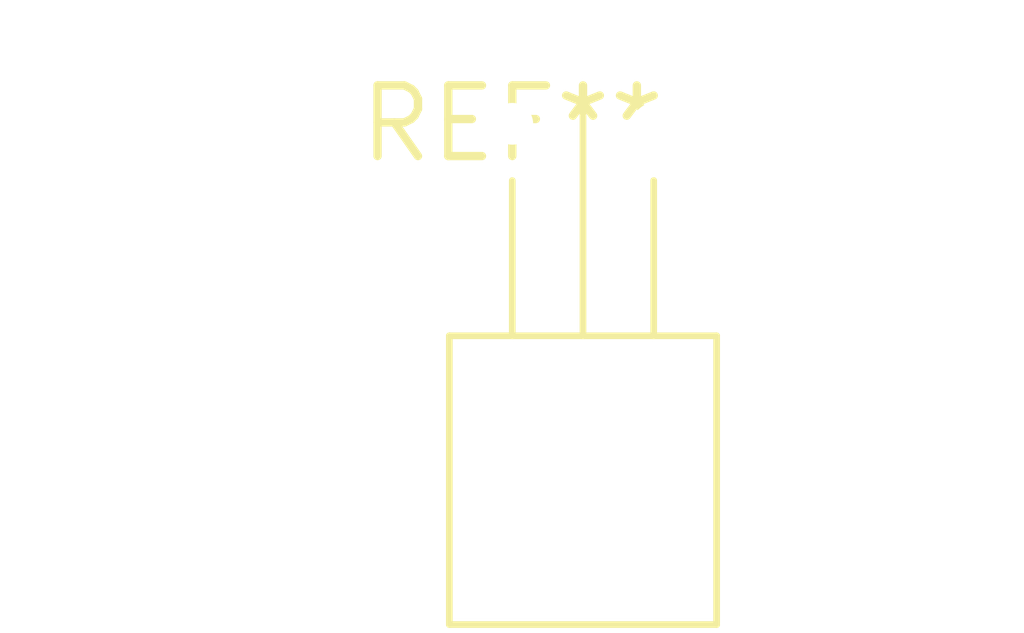
<source format=kicad_pcb>
(kicad_pcb (version 20240108) (generator pcbnew)
  (layers (0 "F.Cu" signal) (31 "B.Cu" signal) (34 "B.Paste" user) (35 "F.Paste" user) (36 "B.SilkS" user "B.Silkscreen") (37 "F.SilkS" user "F.Silkscreen") (38 "B.Mask" user) (39 "F.Mask" user) (44 "Edge.Cuts" user))
  (net 0 "")
  (footprint "TO-92_Horizontal1" (layer "F.Cu") (at 0 0)
    (property "Reference" "REF**")
    (property "Value" "TO-92_Horizontal1")
    (fp_line (start -1.13 3.81) (end 3.67 3.81) (layer "F.SilkS") (stroke (width 0.12)))
    (fp_line (start -1.13 9) (end -1.13 3.81) (layer "F.SilkS") (stroke (width 0.12)))
    (fp_line (start 0 1.02) (end 0 3.81) (layer "F.SilkS") (stroke (width 0.12)))
    (fp_line (start 1.27 -0.25) (end 1.27 3.81) (layer "F.SilkS") (stroke (width 0.12)))
    (fp_line (start 2.54 1.02) (end 2.54 3.81) (layer "F.SilkS") (stroke (width 0.12)))
    (fp_line (start 3.67 3.81) (end 3.67 9) (layer "F.SilkS") (stroke (width 0.12)))
    (fp_line (start 3.67 9) (end -1.13 9) (layer "F.SilkS") (stroke (width 0.12)))
    (pad "1" thru_hole rect (at 0 0 90) (size 1.3 1.3) (drill 0.75) (layers *.Cu *.Mask) (remove_unused_layers))
    (pad "2" thru_hole circle (at 1.27 -1.27 90) (size 1.3 1.3) (drill 0.75) (layers *.Cu *.Mask) (remove_unused_layers))
    (pad "3" thru_hole circle (at 2.54 0 90) (size 1.3 1.3) (drill 0.75) (layers *.Cu *.Mask) (remove_unused_layers))
  )
)
</source>
